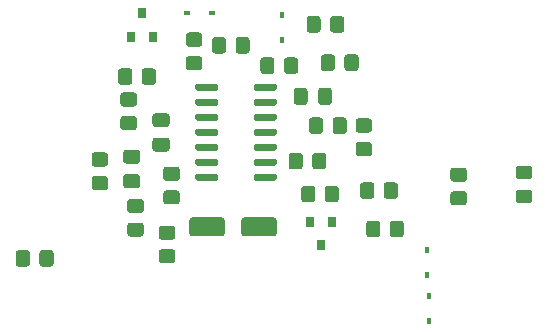
<source format=gbr>
%TF.GenerationSoftware,KiCad,Pcbnew,(5.1.10)-1*%
%TF.CreationDate,2021-06-07T20:05:56+02:00*%
%TF.ProjectId,AirFlow,41697246-6c6f-4772-9e6b-696361645f70,rev?*%
%TF.SameCoordinates,Original*%
%TF.FileFunction,Paste,Top*%
%TF.FilePolarity,Positive*%
%FSLAX46Y46*%
G04 Gerber Fmt 4.6, Leading zero omitted, Abs format (unit mm)*
G04 Created by KiCad (PCBNEW (5.1.10)-1) date 2021-06-07 20:05:56*
%MOMM*%
%LPD*%
G01*
G04 APERTURE LIST*
%ADD10R,0.450000X0.600000*%
%ADD11R,0.800000X0.900000*%
%ADD12R,0.600000X0.450000*%
G04 APERTURE END LIST*
%TO.C,U1*%
G36*
G01*
X130408000Y-99718000D02*
X130408000Y-99418000D01*
G75*
G02*
X130558000Y-99268000I150000J0D01*
G01*
X132208000Y-99268000D01*
G75*
G02*
X132358000Y-99418000I0J-150000D01*
G01*
X132358000Y-99718000D01*
G75*
G02*
X132208000Y-99868000I-150000J0D01*
G01*
X130558000Y-99868000D01*
G75*
G02*
X130408000Y-99718000I0J150000D01*
G01*
G37*
G36*
G01*
X130408000Y-100988000D02*
X130408000Y-100688000D01*
G75*
G02*
X130558000Y-100538000I150000J0D01*
G01*
X132208000Y-100538000D01*
G75*
G02*
X132358000Y-100688000I0J-150000D01*
G01*
X132358000Y-100988000D01*
G75*
G02*
X132208000Y-101138000I-150000J0D01*
G01*
X130558000Y-101138000D01*
G75*
G02*
X130408000Y-100988000I0J150000D01*
G01*
G37*
G36*
G01*
X130408000Y-102258000D02*
X130408000Y-101958000D01*
G75*
G02*
X130558000Y-101808000I150000J0D01*
G01*
X132208000Y-101808000D01*
G75*
G02*
X132358000Y-101958000I0J-150000D01*
G01*
X132358000Y-102258000D01*
G75*
G02*
X132208000Y-102408000I-150000J0D01*
G01*
X130558000Y-102408000D01*
G75*
G02*
X130408000Y-102258000I0J150000D01*
G01*
G37*
G36*
G01*
X130408000Y-103528000D02*
X130408000Y-103228000D01*
G75*
G02*
X130558000Y-103078000I150000J0D01*
G01*
X132208000Y-103078000D01*
G75*
G02*
X132358000Y-103228000I0J-150000D01*
G01*
X132358000Y-103528000D01*
G75*
G02*
X132208000Y-103678000I-150000J0D01*
G01*
X130558000Y-103678000D01*
G75*
G02*
X130408000Y-103528000I0J150000D01*
G01*
G37*
G36*
G01*
X130408000Y-104798000D02*
X130408000Y-104498000D01*
G75*
G02*
X130558000Y-104348000I150000J0D01*
G01*
X132208000Y-104348000D01*
G75*
G02*
X132358000Y-104498000I0J-150000D01*
G01*
X132358000Y-104798000D01*
G75*
G02*
X132208000Y-104948000I-150000J0D01*
G01*
X130558000Y-104948000D01*
G75*
G02*
X130408000Y-104798000I0J150000D01*
G01*
G37*
G36*
G01*
X130408000Y-106068000D02*
X130408000Y-105768000D01*
G75*
G02*
X130558000Y-105618000I150000J0D01*
G01*
X132208000Y-105618000D01*
G75*
G02*
X132358000Y-105768000I0J-150000D01*
G01*
X132358000Y-106068000D01*
G75*
G02*
X132208000Y-106218000I-150000J0D01*
G01*
X130558000Y-106218000D01*
G75*
G02*
X130408000Y-106068000I0J150000D01*
G01*
G37*
G36*
G01*
X130408000Y-107338000D02*
X130408000Y-107038000D01*
G75*
G02*
X130558000Y-106888000I150000J0D01*
G01*
X132208000Y-106888000D01*
G75*
G02*
X132358000Y-107038000I0J-150000D01*
G01*
X132358000Y-107338000D01*
G75*
G02*
X132208000Y-107488000I-150000J0D01*
G01*
X130558000Y-107488000D01*
G75*
G02*
X130408000Y-107338000I0J150000D01*
G01*
G37*
G36*
G01*
X135358000Y-107338000D02*
X135358000Y-107038000D01*
G75*
G02*
X135508000Y-106888000I150000J0D01*
G01*
X137158000Y-106888000D01*
G75*
G02*
X137308000Y-107038000I0J-150000D01*
G01*
X137308000Y-107338000D01*
G75*
G02*
X137158000Y-107488000I-150000J0D01*
G01*
X135508000Y-107488000D01*
G75*
G02*
X135358000Y-107338000I0J150000D01*
G01*
G37*
G36*
G01*
X135358000Y-106068000D02*
X135358000Y-105768000D01*
G75*
G02*
X135508000Y-105618000I150000J0D01*
G01*
X137158000Y-105618000D01*
G75*
G02*
X137308000Y-105768000I0J-150000D01*
G01*
X137308000Y-106068000D01*
G75*
G02*
X137158000Y-106218000I-150000J0D01*
G01*
X135508000Y-106218000D01*
G75*
G02*
X135358000Y-106068000I0J150000D01*
G01*
G37*
G36*
G01*
X135358000Y-104798000D02*
X135358000Y-104498000D01*
G75*
G02*
X135508000Y-104348000I150000J0D01*
G01*
X137158000Y-104348000D01*
G75*
G02*
X137308000Y-104498000I0J-150000D01*
G01*
X137308000Y-104798000D01*
G75*
G02*
X137158000Y-104948000I-150000J0D01*
G01*
X135508000Y-104948000D01*
G75*
G02*
X135358000Y-104798000I0J150000D01*
G01*
G37*
G36*
G01*
X135358000Y-103528000D02*
X135358000Y-103228000D01*
G75*
G02*
X135508000Y-103078000I150000J0D01*
G01*
X137158000Y-103078000D01*
G75*
G02*
X137308000Y-103228000I0J-150000D01*
G01*
X137308000Y-103528000D01*
G75*
G02*
X137158000Y-103678000I-150000J0D01*
G01*
X135508000Y-103678000D01*
G75*
G02*
X135358000Y-103528000I0J150000D01*
G01*
G37*
G36*
G01*
X135358000Y-102258000D02*
X135358000Y-101958000D01*
G75*
G02*
X135508000Y-101808000I150000J0D01*
G01*
X137158000Y-101808000D01*
G75*
G02*
X137308000Y-101958000I0J-150000D01*
G01*
X137308000Y-102258000D01*
G75*
G02*
X137158000Y-102408000I-150000J0D01*
G01*
X135508000Y-102408000D01*
G75*
G02*
X135358000Y-102258000I0J150000D01*
G01*
G37*
G36*
G01*
X135358000Y-100988000D02*
X135358000Y-100688000D01*
G75*
G02*
X135508000Y-100538000I150000J0D01*
G01*
X137158000Y-100538000D01*
G75*
G02*
X137308000Y-100688000I0J-150000D01*
G01*
X137308000Y-100988000D01*
G75*
G02*
X137158000Y-101138000I-150000J0D01*
G01*
X135508000Y-101138000D01*
G75*
G02*
X135358000Y-100988000I0J150000D01*
G01*
G37*
G36*
G01*
X135358000Y-99718000D02*
X135358000Y-99418000D01*
G75*
G02*
X135508000Y-99268000I150000J0D01*
G01*
X137158000Y-99268000D01*
G75*
G02*
X137308000Y-99418000I0J-150000D01*
G01*
X137308000Y-99718000D01*
G75*
G02*
X137158000Y-99868000I-150000J0D01*
G01*
X135508000Y-99868000D01*
G75*
G02*
X135358000Y-99718000I0J150000D01*
G01*
G37*
%TD*%
%TO.C,C3*%
G36*
G01*
X129904000Y-111929000D02*
X129904000Y-110829000D01*
G75*
G02*
X130154000Y-110579000I250000J0D01*
G01*
X132654000Y-110579000D01*
G75*
G02*
X132904000Y-110829000I0J-250000D01*
G01*
X132904000Y-111929000D01*
G75*
G02*
X132654000Y-112179000I-250000J0D01*
G01*
X130154000Y-112179000D01*
G75*
G02*
X129904000Y-111929000I0J250000D01*
G01*
G37*
G36*
G01*
X134304000Y-111929000D02*
X134304000Y-110829000D01*
G75*
G02*
X134554000Y-110579000I250000J0D01*
G01*
X137054000Y-110579000D01*
G75*
G02*
X137304000Y-110829000I0J-250000D01*
G01*
X137304000Y-111929000D01*
G75*
G02*
X137054000Y-112179000I-250000J0D01*
G01*
X134554000Y-112179000D01*
G75*
G02*
X134304000Y-111929000I0J250000D01*
G01*
G37*
%TD*%
%TO.C,C1*%
G36*
G01*
X124543800Y-104851800D02*
X125493800Y-104851800D01*
G75*
G02*
X125743800Y-105101800I0J-250000D01*
G01*
X125743800Y-105776800D01*
G75*
G02*
X125493800Y-106026800I-250000J0D01*
G01*
X124543800Y-106026800D01*
G75*
G02*
X124293800Y-105776800I0J250000D01*
G01*
X124293800Y-105101800D01*
G75*
G02*
X124543800Y-104851800I250000J0D01*
G01*
G37*
G36*
G01*
X124543800Y-106926800D02*
X125493800Y-106926800D01*
G75*
G02*
X125743800Y-107176800I0J-250000D01*
G01*
X125743800Y-107851800D01*
G75*
G02*
X125493800Y-108101800I-250000J0D01*
G01*
X124543800Y-108101800D01*
G75*
G02*
X124293800Y-107851800I0J250000D01*
G01*
X124293800Y-107176800D01*
G75*
G02*
X124543800Y-106926800I250000J0D01*
G01*
G37*
%TD*%
%TO.C,C2*%
G36*
G01*
X140810400Y-100805000D02*
X140810400Y-99855000D01*
G75*
G02*
X141060400Y-99605000I250000J0D01*
G01*
X141735400Y-99605000D01*
G75*
G02*
X141985400Y-99855000I0J-250000D01*
G01*
X141985400Y-100805000D01*
G75*
G02*
X141735400Y-101055000I-250000J0D01*
G01*
X141060400Y-101055000D01*
G75*
G02*
X140810400Y-100805000I0J250000D01*
G01*
G37*
G36*
G01*
X138735400Y-100805000D02*
X138735400Y-99855000D01*
G75*
G02*
X138985400Y-99605000I250000J0D01*
G01*
X139660400Y-99605000D01*
G75*
G02*
X139910400Y-99855000I0J-250000D01*
G01*
X139910400Y-100805000D01*
G75*
G02*
X139660400Y-101055000I-250000J0D01*
G01*
X138985400Y-101055000D01*
G75*
G02*
X138735400Y-100805000I0J250000D01*
G01*
G37*
%TD*%
%TO.C,C4*%
G36*
G01*
X127033000Y-101753000D02*
X127983000Y-101753000D01*
G75*
G02*
X128233000Y-102003000I0J-250000D01*
G01*
X128233000Y-102678000D01*
G75*
G02*
X127983000Y-102928000I-250000J0D01*
G01*
X127033000Y-102928000D01*
G75*
G02*
X126783000Y-102678000I0J250000D01*
G01*
X126783000Y-102003000D01*
G75*
G02*
X127033000Y-101753000I250000J0D01*
G01*
G37*
G36*
G01*
X127033000Y-103828000D02*
X127983000Y-103828000D01*
G75*
G02*
X128233000Y-104078000I0J-250000D01*
G01*
X128233000Y-104753000D01*
G75*
G02*
X127983000Y-105003000I-250000J0D01*
G01*
X127033000Y-105003000D01*
G75*
G02*
X126783000Y-104753000I0J250000D01*
G01*
X126783000Y-104078000D01*
G75*
G02*
X127033000Y-103828000I250000J0D01*
G01*
G37*
%TD*%
D10*
%TO.C,D2*%
X150164800Y-119312400D03*
X150164800Y-117212400D03*
%TD*%
%TO.C,D4*%
X150012400Y-115451600D03*
X150012400Y-113351600D03*
%TD*%
D11*
%TO.C,Q1*%
X125920500Y-93297500D03*
X126870500Y-95297500D03*
X124970500Y-95297500D03*
%TD*%
%TO.C,Q2*%
X141983500Y-110950500D03*
X140083500Y-110950500D03*
X141033500Y-112950500D03*
%TD*%
%TO.C,R1*%
G36*
G01*
X123876000Y-99103601D02*
X123876000Y-98203599D01*
G75*
G02*
X124125999Y-97953600I249999J0D01*
G01*
X124826001Y-97953600D01*
G75*
G02*
X125076000Y-98203599I0J-249999D01*
G01*
X125076000Y-99103601D01*
G75*
G02*
X124826001Y-99353600I-249999J0D01*
G01*
X124125999Y-99353600D01*
G75*
G02*
X123876000Y-99103601I0J249999D01*
G01*
G37*
G36*
G01*
X125876000Y-99103601D02*
X125876000Y-98203599D01*
G75*
G02*
X126125999Y-97953600I249999J0D01*
G01*
X126826001Y-97953600D01*
G75*
G02*
X127076000Y-98203599I0J-249999D01*
G01*
X127076000Y-99103601D01*
G75*
G02*
X126826001Y-99353600I-249999J0D01*
G01*
X126125999Y-99353600D01*
G75*
G02*
X125876000Y-99103601I0J249999D01*
G01*
G37*
%TD*%
%TO.C,R2*%
G36*
G01*
X130752001Y-98120000D02*
X129851999Y-98120000D01*
G75*
G02*
X129602000Y-97870001I0J249999D01*
G01*
X129602000Y-97169999D01*
G75*
G02*
X129851999Y-96920000I249999J0D01*
G01*
X130752001Y-96920000D01*
G75*
G02*
X131002000Y-97169999I0J-249999D01*
G01*
X131002000Y-97870001D01*
G75*
G02*
X130752001Y-98120000I-249999J0D01*
G01*
G37*
G36*
G01*
X130752001Y-96120000D02*
X129851999Y-96120000D01*
G75*
G02*
X129602000Y-95870001I0J249999D01*
G01*
X129602000Y-95169999D01*
G75*
G02*
X129851999Y-94920000I249999J0D01*
G01*
X130752001Y-94920000D01*
G75*
G02*
X131002000Y-95169999I0J-249999D01*
G01*
X131002000Y-95870001D01*
G75*
G02*
X130752001Y-96120000I-249999J0D01*
G01*
G37*
%TD*%
%TO.C,R4*%
G36*
G01*
X125214801Y-101200000D02*
X124314799Y-101200000D01*
G75*
G02*
X124064800Y-100950001I0J249999D01*
G01*
X124064800Y-100249999D01*
G75*
G02*
X124314799Y-100000000I249999J0D01*
G01*
X125214801Y-100000000D01*
G75*
G02*
X125464800Y-100249999I0J-249999D01*
G01*
X125464800Y-100950001D01*
G75*
G02*
X125214801Y-101200000I-249999J0D01*
G01*
G37*
G36*
G01*
X125214801Y-103200000D02*
X124314799Y-103200000D01*
G75*
G02*
X124064800Y-102950001I0J249999D01*
G01*
X124064800Y-102249999D01*
G75*
G02*
X124314799Y-102000000I249999J0D01*
G01*
X125214801Y-102000000D01*
G75*
G02*
X125464800Y-102249999I0J-249999D01*
G01*
X125464800Y-102950001D01*
G75*
G02*
X125214801Y-103200000I-249999J0D01*
G01*
G37*
%TD*%
%TO.C,R5*%
G36*
G01*
X127946999Y-108286500D02*
X128847001Y-108286500D01*
G75*
G02*
X129097000Y-108536499I0J-249999D01*
G01*
X129097000Y-109236501D01*
G75*
G02*
X128847001Y-109486500I-249999J0D01*
G01*
X127946999Y-109486500D01*
G75*
G02*
X127697000Y-109236501I0J249999D01*
G01*
X127697000Y-108536499D01*
G75*
G02*
X127946999Y-108286500I249999J0D01*
G01*
G37*
G36*
G01*
X127946999Y-106286500D02*
X128847001Y-106286500D01*
G75*
G02*
X129097000Y-106536499I0J-249999D01*
G01*
X129097000Y-107236501D01*
G75*
G02*
X128847001Y-107486500I-249999J0D01*
G01*
X127946999Y-107486500D01*
G75*
G02*
X127697000Y-107236501I0J249999D01*
G01*
X127697000Y-106536499D01*
G75*
G02*
X127946999Y-106286500I249999J0D01*
G01*
G37*
%TD*%
%TO.C,R6*%
G36*
G01*
X127565999Y-111277600D02*
X128466001Y-111277600D01*
G75*
G02*
X128716000Y-111527599I0J-249999D01*
G01*
X128716000Y-112227601D01*
G75*
G02*
X128466001Y-112477600I-249999J0D01*
G01*
X127565999Y-112477600D01*
G75*
G02*
X127316000Y-112227601I0J249999D01*
G01*
X127316000Y-111527599D01*
G75*
G02*
X127565999Y-111277600I249999J0D01*
G01*
G37*
G36*
G01*
X127565999Y-113277600D02*
X128466001Y-113277600D01*
G75*
G02*
X128716000Y-113527599I0J-249999D01*
G01*
X128716000Y-114227601D01*
G75*
G02*
X128466001Y-114477600I-249999J0D01*
G01*
X127565999Y-114477600D01*
G75*
G02*
X127316000Y-114227601I0J249999D01*
G01*
X127316000Y-113527599D01*
G75*
G02*
X127565999Y-113277600I249999J0D01*
G01*
G37*
%TD*%
%TO.C,R7*%
G36*
G01*
X131816800Y-96462001D02*
X131816800Y-95561999D01*
G75*
G02*
X132066799Y-95312000I249999J0D01*
G01*
X132766801Y-95312000D01*
G75*
G02*
X133016800Y-95561999I0J-249999D01*
G01*
X133016800Y-96462001D01*
G75*
G02*
X132766801Y-96712000I-249999J0D01*
G01*
X132066799Y-96712000D01*
G75*
G02*
X131816800Y-96462001I0J249999D01*
G01*
G37*
G36*
G01*
X133816800Y-96462001D02*
X133816800Y-95561999D01*
G75*
G02*
X134066799Y-95312000I249999J0D01*
G01*
X134766801Y-95312000D01*
G75*
G02*
X135016800Y-95561999I0J-249999D01*
G01*
X135016800Y-96462001D01*
G75*
G02*
X134766801Y-96712000I-249999J0D01*
G01*
X134066799Y-96712000D01*
G75*
G02*
X133816800Y-96462001I0J249999D01*
G01*
G37*
%TD*%
%TO.C,R8*%
G36*
G01*
X125799001Y-112217000D02*
X124898999Y-112217000D01*
G75*
G02*
X124649000Y-111967001I0J249999D01*
G01*
X124649000Y-111266999D01*
G75*
G02*
X124898999Y-111017000I249999J0D01*
G01*
X125799001Y-111017000D01*
G75*
G02*
X126049000Y-111266999I0J-249999D01*
G01*
X126049000Y-111967001D01*
G75*
G02*
X125799001Y-112217000I-249999J0D01*
G01*
G37*
G36*
G01*
X125799001Y-110217000D02*
X124898999Y-110217000D01*
G75*
G02*
X124649000Y-109967001I0J249999D01*
G01*
X124649000Y-109266999D01*
G75*
G02*
X124898999Y-109017000I249999J0D01*
G01*
X125799001Y-109017000D01*
G75*
G02*
X126049000Y-109266999I0J-249999D01*
G01*
X126049000Y-109967001D01*
G75*
G02*
X125799001Y-110217000I-249999J0D01*
G01*
G37*
%TD*%
%TO.C,R9*%
G36*
G01*
X122776401Y-106280000D02*
X121876399Y-106280000D01*
G75*
G02*
X121626400Y-106030001I0J249999D01*
G01*
X121626400Y-105329999D01*
G75*
G02*
X121876399Y-105080000I249999J0D01*
G01*
X122776401Y-105080000D01*
G75*
G02*
X123026400Y-105329999I0J-249999D01*
G01*
X123026400Y-106030001D01*
G75*
G02*
X122776401Y-106280000I-249999J0D01*
G01*
G37*
G36*
G01*
X122776401Y-108280000D02*
X121876399Y-108280000D01*
G75*
G02*
X121626400Y-108030001I0J249999D01*
G01*
X121626400Y-107329999D01*
G75*
G02*
X121876399Y-107080000I249999J0D01*
G01*
X122776401Y-107080000D01*
G75*
G02*
X123026400Y-107329999I0J-249999D01*
G01*
X123026400Y-108030001D01*
G75*
G02*
X122776401Y-108280000I-249999J0D01*
G01*
G37*
%TD*%
%TO.C,R15*%
G36*
G01*
X140303200Y-106266401D02*
X140303200Y-105366399D01*
G75*
G02*
X140553199Y-105116400I249999J0D01*
G01*
X141253201Y-105116400D01*
G75*
G02*
X141503200Y-105366399I0J-249999D01*
G01*
X141503200Y-106266401D01*
G75*
G02*
X141253201Y-106516400I-249999J0D01*
G01*
X140553199Y-106516400D01*
G75*
G02*
X140303200Y-106266401I0J249999D01*
G01*
G37*
G36*
G01*
X138303200Y-106266401D02*
X138303200Y-105366399D01*
G75*
G02*
X138553199Y-105116400I249999J0D01*
G01*
X139253201Y-105116400D01*
G75*
G02*
X139503200Y-105366399I0J-249999D01*
G01*
X139503200Y-106266401D01*
G75*
G02*
X139253201Y-106516400I-249999J0D01*
G01*
X138553199Y-106516400D01*
G75*
G02*
X138303200Y-106266401I0J249999D01*
G01*
G37*
%TD*%
%TO.C,R16*%
G36*
G01*
X141370000Y-109060401D02*
X141370000Y-108160399D01*
G75*
G02*
X141619999Y-107910400I249999J0D01*
G01*
X142320001Y-107910400D01*
G75*
G02*
X142570000Y-108160399I0J-249999D01*
G01*
X142570000Y-109060401D01*
G75*
G02*
X142320001Y-109310400I-249999J0D01*
G01*
X141619999Y-109310400D01*
G75*
G02*
X141370000Y-109060401I0J249999D01*
G01*
G37*
G36*
G01*
X139370000Y-109060401D02*
X139370000Y-108160399D01*
G75*
G02*
X139619999Y-107910400I249999J0D01*
G01*
X140320001Y-107910400D01*
G75*
G02*
X140570000Y-108160399I0J-249999D01*
G01*
X140570000Y-109060401D01*
G75*
G02*
X140320001Y-109310400I-249999J0D01*
G01*
X139619999Y-109310400D01*
G75*
G02*
X139370000Y-109060401I0J249999D01*
G01*
G37*
%TD*%
%TO.C,R18*%
G36*
G01*
X144228399Y-102200400D02*
X145128401Y-102200400D01*
G75*
G02*
X145378400Y-102450399I0J-249999D01*
G01*
X145378400Y-103150401D01*
G75*
G02*
X145128401Y-103400400I-249999J0D01*
G01*
X144228399Y-103400400D01*
G75*
G02*
X143978400Y-103150401I0J249999D01*
G01*
X143978400Y-102450399D01*
G75*
G02*
X144228399Y-102200400I249999J0D01*
G01*
G37*
G36*
G01*
X144228399Y-104200400D02*
X145128401Y-104200400D01*
G75*
G02*
X145378400Y-104450399I0J-249999D01*
G01*
X145378400Y-105150401D01*
G75*
G02*
X145128401Y-105400400I-249999J0D01*
G01*
X144228399Y-105400400D01*
G75*
G02*
X143978400Y-105150401I0J249999D01*
G01*
X143978400Y-104450399D01*
G75*
G02*
X144228399Y-104200400I249999J0D01*
G01*
G37*
%TD*%
%TO.C,R19*%
G36*
G01*
X139115600Y-97289199D02*
X139115600Y-98189201D01*
G75*
G02*
X138865601Y-98439200I-249999J0D01*
G01*
X138165599Y-98439200D01*
G75*
G02*
X137915600Y-98189201I0J249999D01*
G01*
X137915600Y-97289199D01*
G75*
G02*
X138165599Y-97039200I249999J0D01*
G01*
X138865601Y-97039200D01*
G75*
G02*
X139115600Y-97289199I0J-249999D01*
G01*
G37*
G36*
G01*
X137115600Y-97289199D02*
X137115600Y-98189201D01*
G75*
G02*
X136865601Y-98439200I-249999J0D01*
G01*
X136165599Y-98439200D01*
G75*
G02*
X135915600Y-98189201I0J249999D01*
G01*
X135915600Y-97289199D01*
G75*
G02*
X136165599Y-97039200I249999J0D01*
G01*
X136865601Y-97039200D01*
G75*
G02*
X137115600Y-97289199I0J-249999D01*
G01*
G37*
%TD*%
%TO.C,R20*%
G36*
G01*
X143030400Y-97935201D02*
X143030400Y-97035199D01*
G75*
G02*
X143280399Y-96785200I249999J0D01*
G01*
X143980401Y-96785200D01*
G75*
G02*
X144230400Y-97035199I0J-249999D01*
G01*
X144230400Y-97935201D01*
G75*
G02*
X143980401Y-98185200I-249999J0D01*
G01*
X143280399Y-98185200D01*
G75*
G02*
X143030400Y-97935201I0J249999D01*
G01*
G37*
G36*
G01*
X141030400Y-97935201D02*
X141030400Y-97035199D01*
G75*
G02*
X141280399Y-96785200I249999J0D01*
G01*
X141980401Y-96785200D01*
G75*
G02*
X142230400Y-97035199I0J-249999D01*
G01*
X142230400Y-97935201D01*
G75*
G02*
X141980401Y-98185200I-249999J0D01*
G01*
X141280399Y-98185200D01*
G75*
G02*
X141030400Y-97935201I0J249999D01*
G01*
G37*
%TD*%
%TO.C,R21*%
G36*
G01*
X142030400Y-103269201D02*
X142030400Y-102369199D01*
G75*
G02*
X142280399Y-102119200I249999J0D01*
G01*
X142980401Y-102119200D01*
G75*
G02*
X143230400Y-102369199I0J-249999D01*
G01*
X143230400Y-103269201D01*
G75*
G02*
X142980401Y-103519200I-249999J0D01*
G01*
X142280399Y-103519200D01*
G75*
G02*
X142030400Y-103269201I0J249999D01*
G01*
G37*
G36*
G01*
X140030400Y-103269201D02*
X140030400Y-102369199D01*
G75*
G02*
X140280399Y-102119200I249999J0D01*
G01*
X140980401Y-102119200D01*
G75*
G02*
X141230400Y-102369199I0J-249999D01*
G01*
X141230400Y-103269201D01*
G75*
G02*
X140980401Y-103519200I-249999J0D01*
G01*
X140280399Y-103519200D01*
G75*
G02*
X140030400Y-103269201I0J249999D01*
G01*
G37*
%TD*%
%TO.C,R22*%
G36*
G01*
X146364400Y-108755601D02*
X146364400Y-107855599D01*
G75*
G02*
X146614399Y-107605600I249999J0D01*
G01*
X147314401Y-107605600D01*
G75*
G02*
X147564400Y-107855599I0J-249999D01*
G01*
X147564400Y-108755601D01*
G75*
G02*
X147314401Y-109005600I-249999J0D01*
G01*
X146614399Y-109005600D01*
G75*
G02*
X146364400Y-108755601I0J249999D01*
G01*
G37*
G36*
G01*
X144364400Y-108755601D02*
X144364400Y-107855599D01*
G75*
G02*
X144614399Y-107605600I249999J0D01*
G01*
X145314401Y-107605600D01*
G75*
G02*
X145564400Y-107855599I0J-249999D01*
G01*
X145564400Y-108755601D01*
G75*
G02*
X145314401Y-109005600I-249999J0D01*
G01*
X144614399Y-109005600D01*
G75*
G02*
X144364400Y-108755601I0J249999D01*
G01*
G37*
%TD*%
%TO.C,R23*%
G36*
G01*
X143027200Y-93783999D02*
X143027200Y-94684001D01*
G75*
G02*
X142777201Y-94934000I-249999J0D01*
G01*
X142077199Y-94934000D01*
G75*
G02*
X141827200Y-94684001I0J249999D01*
G01*
X141827200Y-93783999D01*
G75*
G02*
X142077199Y-93534000I249999J0D01*
G01*
X142777201Y-93534000D01*
G75*
G02*
X143027200Y-93783999I0J-249999D01*
G01*
G37*
G36*
G01*
X141027200Y-93783999D02*
X141027200Y-94684001D01*
G75*
G02*
X140777201Y-94934000I-249999J0D01*
G01*
X140077199Y-94934000D01*
G75*
G02*
X139827200Y-94684001I0J249999D01*
G01*
X139827200Y-93783999D01*
G75*
G02*
X140077199Y-93534000I249999J0D01*
G01*
X140777201Y-93534000D01*
G75*
G02*
X141027200Y-93783999I0J-249999D01*
G01*
G37*
%TD*%
%TO.C,Rntc2*%
G36*
G01*
X144872400Y-112006801D02*
X144872400Y-111106799D01*
G75*
G02*
X145122399Y-110856800I249999J0D01*
G01*
X145822401Y-110856800D01*
G75*
G02*
X146072400Y-111106799I0J-249999D01*
G01*
X146072400Y-112006801D01*
G75*
G02*
X145822401Y-112256800I-249999J0D01*
G01*
X145122399Y-112256800D01*
G75*
G02*
X144872400Y-112006801I0J249999D01*
G01*
G37*
G36*
G01*
X146872400Y-112006801D02*
X146872400Y-111106799D01*
G75*
G02*
X147122399Y-110856800I249999J0D01*
G01*
X147822401Y-110856800D01*
G75*
G02*
X148072400Y-111106799I0J-249999D01*
G01*
X148072400Y-112006801D01*
G75*
G02*
X147822401Y-112256800I-249999J0D01*
G01*
X147122399Y-112256800D01*
G75*
G02*
X146872400Y-112006801I0J249999D01*
G01*
G37*
%TD*%
D12*
%TO.C,D1*%
X131809200Y-93268800D03*
X129709200Y-93268800D03*
%TD*%
D10*
%TO.C,D3*%
X137718800Y-93438000D03*
X137718800Y-95538000D03*
%TD*%
%TO.C,Rntc1*%
G36*
G01*
X118405200Y-113595999D02*
X118405200Y-114496001D01*
G75*
G02*
X118155201Y-114746000I-249999J0D01*
G01*
X117455199Y-114746000D01*
G75*
G02*
X117205200Y-114496001I0J249999D01*
G01*
X117205200Y-113595999D01*
G75*
G02*
X117455199Y-113346000I249999J0D01*
G01*
X118155201Y-113346000D01*
G75*
G02*
X118405200Y-113595999I0J-249999D01*
G01*
G37*
G36*
G01*
X116405200Y-113595999D02*
X116405200Y-114496001D01*
G75*
G02*
X116155201Y-114746000I-249999J0D01*
G01*
X115455199Y-114746000D01*
G75*
G02*
X115205200Y-114496001I0J249999D01*
G01*
X115205200Y-113595999D01*
G75*
G02*
X115455199Y-113346000I249999J0D01*
G01*
X116155201Y-113346000D01*
G75*
G02*
X116405200Y-113595999I0J-249999D01*
G01*
G37*
%TD*%
%TO.C,Led1*%
G36*
G01*
X158692001Y-109388600D02*
X157791999Y-109388600D01*
G75*
G02*
X157542000Y-109138601I0J249999D01*
G01*
X157542000Y-108488599D01*
G75*
G02*
X157791999Y-108238600I249999J0D01*
G01*
X158692001Y-108238600D01*
G75*
G02*
X158942000Y-108488599I0J-249999D01*
G01*
X158942000Y-109138601D01*
G75*
G02*
X158692001Y-109388600I-249999J0D01*
G01*
G37*
G36*
G01*
X158692001Y-107338600D02*
X157791999Y-107338600D01*
G75*
G02*
X157542000Y-107088601I0J249999D01*
G01*
X157542000Y-106438599D01*
G75*
G02*
X157791999Y-106188600I249999J0D01*
G01*
X158692001Y-106188600D01*
G75*
G02*
X158942000Y-106438599I0J-249999D01*
G01*
X158942000Y-107088601D01*
G75*
G02*
X158692001Y-107338600I-249999J0D01*
G01*
G37*
%TD*%
%TO.C,R24*%
G36*
G01*
X152254799Y-106366000D02*
X153154801Y-106366000D01*
G75*
G02*
X153404800Y-106615999I0J-249999D01*
G01*
X153404800Y-107316001D01*
G75*
G02*
X153154801Y-107566000I-249999J0D01*
G01*
X152254799Y-107566000D01*
G75*
G02*
X152004800Y-107316001I0J249999D01*
G01*
X152004800Y-106615999D01*
G75*
G02*
X152254799Y-106366000I249999J0D01*
G01*
G37*
G36*
G01*
X152254799Y-108366000D02*
X153154801Y-108366000D01*
G75*
G02*
X153404800Y-108615999I0J-249999D01*
G01*
X153404800Y-109316001D01*
G75*
G02*
X153154801Y-109566000I-249999J0D01*
G01*
X152254799Y-109566000D01*
G75*
G02*
X152004800Y-109316001I0J249999D01*
G01*
X152004800Y-108615999D01*
G75*
G02*
X152254799Y-108366000I249999J0D01*
G01*
G37*
%TD*%
M02*

</source>
